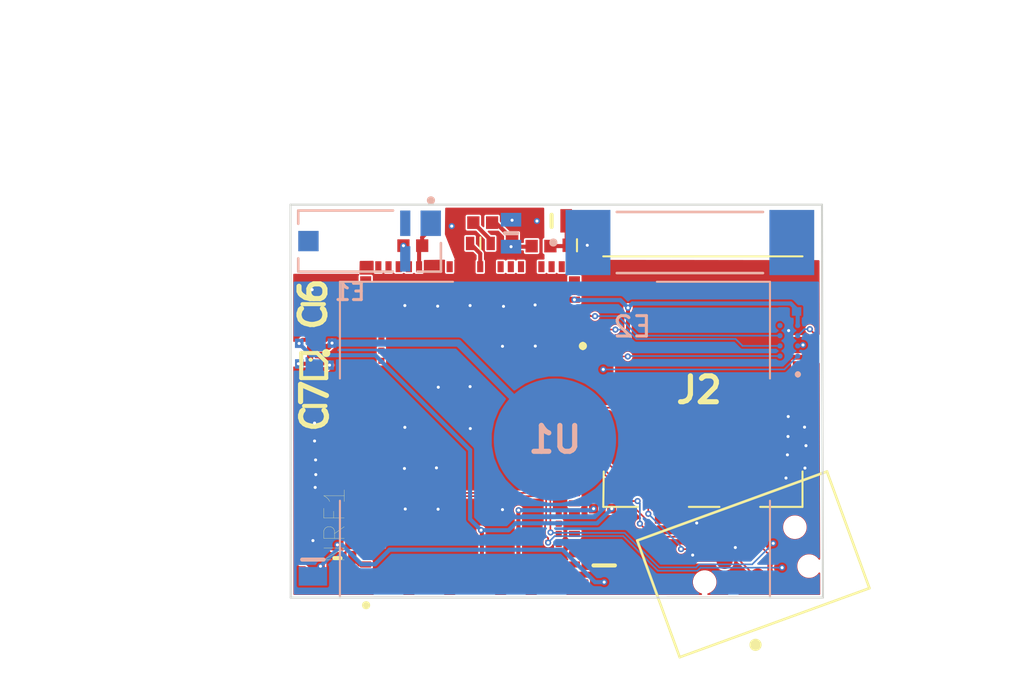
<source format=kicad_pcb>
(kicad_pcb (version 20171130) (host pcbnew "(5.1.6)-1")
  (layers (0 F.Cu signal) (31 B.Cu signal) (34 B.Paste user) (35 F.Paste user) (36 B.SilkS user) (37 F.SilkS user) (38 B.Mask user) (39 F.Mask user) (44 Edge.Cuts user))
  (net 0 "")
  (net 1 GND)
  (net 2 VCC)
  (net 3 "Net-(100nF2-Pad1)")
  (net 4 +1V8)
  (net 5 "Net-(10KOhm1-Pad2)")
  (net 6 "Net-(4.7uF1-Pad1)")
  (net 7 +3V0)
  (net 8 SIM1.8v)
  (net 9 "Net-(C11-Pad1)")
  (net 10 "Net-(C9-Pad1)")
  (net 11 "Net-(C10-Pad1)")
  (net 12 "Net-(C11-Pad2)")
  (net 13 "Net-(C13-Pad2)")
  (net 14 DATSIM)
  (net 15 CLKSIM)
  (net 16 RSTSIM)
  (net 17 "Net-(D1-PadA3)")
  (net 18 "Net-(D1-PadA2)")
  (net 19 "Net-(D1-PadA1)")
  (net 20 "Net-(E2-Pad1)")
  (net 21 P28)
  (net 22 P29)
  (net 23 SWDIO)
  (net 24 SWDCLK)
  (net 25 P22)
  (net 26 "Net-(L1-Pad2)")
  (net 27 "Net-(NRF1-Pad10)")
  (net 28 "Net-(D1-PadC4)")
  (net 29 "Net-(E1-Pad3)")
  (net 30 "Net-(E1-Pad2)")
  (net 31 NRESET)
  (net 32 "Net-(J2-PadS5)")
  (net 33 "Net-(J2-Pad2)")
  (net 34 "Net-(J2-Pad1)")
  (net 35 P4)
  (net 36 P3)
  (net 37 P2)
  (net 38 P1)
  (net 39 P0)
  (net 40 "Net-(NRF1-Pad93)")
  (net 41 "Net-(NRF1-Pad92)")
  (net 42 "Net-(NRF1-Pad91)")
  (net 43 P31)
  (net 44 P30)
  (net 45 P27)
  (net 46 P26)
  (net 47 "Net-(NRF1-Pad64)")
  (net 48 "Net-(NRF1-Pad59)")
  (net 49 "Net-(NRF1-Pad58)")
  (net 50 "Net-(NRF1-Pad57)")
  (net 51 "Net-(NRF1-Pad55)")
  (net 52 "Net-(NRF1-Pad54)")
  (net 53 "Net-(NRF1-Pad53)")
  (net 54 "Net-(NRF1-Pad45)")
  (net 55 P25)
  (net 56 P24)
  (net 57 P23)
  (net 58 P21)
  (net 59 P20)
  (net 60 P19)
  (net 61 P18)
  (net 62 P17)
  (net 63 P16)
  (net 64 P15)
  (net 65 P14)
  (net 66 CS)
  (net 67 MISO)
  (net 68 MOSI)
  (net 69 P10)
  (net 70 P9)
  (net 71 P8)
  (net 72 P7)
  (net 73 P6)
  (net 74 P5)
  (module SamacSys_Parts:BATHLD001 (layer B.Cu) (at 111.71396 96.0628 180)
    (fp_text reference U1 (at 0 0) (layer B.SilkS) (effects (font (size 1.27 1.27) (thickness 0.254)) (justify mirror)))
    (fp_text value BAT-HLD-001 hide)
    (pad 3 smd circle (at 0 0 90) (size 6 6) (layers B.Cu B.Paste B.Mask) (net 7 +3V0))
    (pad 2 smd rect (at -11.45 0 180) (size 2.5 5.1) (layers B.Cu B.Paste B.Mask) (net 1 GND))
    (pad 1 smd rect (at 11.45 0 180) (size 2.5 5.1) (layers B.Cu B.Paste B.Mask) (net 1 GND))
  )
  (module SamacSys_Parts:RESC0603X26N (layer F.Cu) (at 120.272 100.86 180)
    (fp_text reference R1 hide)
    (fp_text value CR0201AFW-1001GLF hide)
    (pad 2 smd rect (at 0.412 0 270) (size 0.4 0.625) (layers F.Cu F.Paste F.Mask) (net 3 "Net-(100nF2-Pad1)"))
    (pad 1 smd rect (at -0.412 0 270) (size 0.4 0.625) (layers F.Cu F.Paste F.Mask) (net 31 NRESET))
  )
  (module NRF9160-SICA-R:XCVR_NRF9160-SICA-R (layer F.Cu) (at 107.54868 95.44304 90)
    (fp_text reference NRF1 (at -4.825 -6.635 90) (layer F.SilkS) (effects (font (thickness 0.015))))
    (fp_text value NRF9160-SICA-B1A-R)
    (pad 103_35 smd rect (at 6 3.2 90) (size 0.8 0.8) (layers F.Cu F.Paste F.Mask) (net 1 GND))
    (pad 103_34 smd rect (at 4 3.2 90) (size 0.8 0.8) (layers F.Cu F.Paste F.Mask) (net 1 GND))
    (pad 103_33 smd rect (at 2 3.2 90) (size 0.8 0.8) (layers F.Cu F.Paste F.Mask) (net 1 GND))
    (pad 103_32 smd rect (at 0 3.2 90) (size 0.8 0.8) (layers F.Cu F.Paste F.Mask) (net 1 GND))
    (pad 103_31 smd rect (at -2 3.2 90) (size 0.8 0.8) (layers F.Cu F.Paste F.Mask) (net 1 GND))
    (pad 103_30 smd rect (at -4 3.2 90) (size 0.8 0.8) (layers F.Cu F.Paste F.Mask) (net 1 GND))
    (pad 103_28 smd rect (at 6 1.6 90) (size 0.8 0.8) (layers F.Cu F.Paste F.Mask) (net 1 GND))
    (pad 103_27 smd rect (at 4 1.6 90) (size 0.8 0.8) (layers F.Cu F.Paste F.Mask) (net 1 GND))
    (pad 103_26 smd rect (at 2 1.6 90) (size 0.8 0.8) (layers F.Cu F.Paste F.Mask) (net 1 GND))
    (pad 103_25 smd rect (at 0 1.6 90) (size 0.8 0.8) (layers F.Cu F.Paste F.Mask) (net 1 GND))
    (pad 103_24 smd rect (at -2 1.6 90) (size 0.8 0.8) (layers F.Cu F.Paste F.Mask) (net 1 GND))
    (pad 103_23 smd rect (at -4 1.6 90) (size 0.8 0.8) (layers F.Cu F.Paste F.Mask) (net 1 GND))
    (pad 103_21 smd rect (at 6 0 90) (size 0.8 0.8) (layers F.Cu F.Paste F.Mask) (net 1 GND))
    (pad 103_20 smd rect (at 4 0 90) (size 0.8 0.8) (layers F.Cu F.Paste F.Mask) (net 1 GND))
    (pad 103_19 smd rect (at 2 0 90) (size 0.8 0.8) (layers F.Cu F.Paste F.Mask) (net 1 GND))
    (pad 103_18 smd rect (at 0 0 90) (size 0.8 0.8) (layers F.Cu F.Paste F.Mask) (net 1 GND))
    (pad 103_17 smd rect (at -2 0 90) (size 0.8 0.8) (layers F.Cu F.Paste F.Mask) (net 1 GND))
    (pad 103_16 smd rect (at -4 0 90) (size 0.8 0.8) (layers F.Cu F.Paste F.Mask) (net 1 GND))
    (pad 103_14 smd rect (at 6 -1.6 90) (size 0.8 0.8) (layers F.Cu F.Paste F.Mask) (net 1 GND))
    (pad 103_13 smd rect (at 4 -1.6 90) (size 0.8 0.8) (layers F.Cu F.Paste F.Mask) (net 1 GND))
    (pad 103_12 smd rect (at 2 -1.6 90) (size 0.8 0.8) (layers F.Cu F.Paste F.Mask) (net 1 GND))
    (pad 103_11 smd rect (at 0 -1.6 90) (size 0.8 0.8) (layers F.Cu F.Paste F.Mask) (net 1 GND))
    (pad 103_10 smd rect (at -2 -1.6 90) (size 0.8 0.8) (layers F.Cu F.Paste F.Mask) (net 1 GND))
    (pad 103_9 smd rect (at -4 -1.6 90) (size 0.8 0.8) (layers F.Cu F.Paste F.Mask) (net 1 GND))
    (pad 115 smd rect (at 4.75 4.35 90) (size 0.3 0.3) (layers F.Cu F.Paste F.Mask) (net 27 "Net-(NRF1-Pad10)"))
    (pad 114 smd rect (at 4.25 4.35 90) (size 0.3 0.3) (layers F.Cu F.Paste F.Mask) (net 27 "Net-(NRF1-Pad10)"))
    (pad 113 smd rect (at 3.75 4.35 90) (size 0.3 0.3) (layers F.Cu F.Paste F.Mask) (net 27 "Net-(NRF1-Pad10)"))
    (pad 112 smd rect (at 3.25 4.35 90) (size 0.3 0.3) (layers F.Cu F.Paste F.Mask) (net 27 "Net-(NRF1-Pad10)"))
    (pad 111 smd rect (at -0.25 4.35 90) (size 0.3 0.3) (layers F.Cu F.Paste F.Mask) (net 27 "Net-(NRF1-Pad10)"))
    (pad 110 smd rect (at -0.75 4.35 90) (size 0.3 0.3) (layers F.Cu F.Paste F.Mask) (net 27 "Net-(NRF1-Pad10)"))
    (pad 109 smd rect (at -1.25 4.35 90) (size 0.3 0.3) (layers F.Cu F.Paste F.Mask) (net 27 "Net-(NRF1-Pad10)"))
    (pad 108 smd rect (at -1.75 4.35 90) (size 0.3 0.3) (layers F.Cu F.Paste F.Mask) (net 27 "Net-(NRF1-Pad10)"))
    (pad 104 smd rect (at -5.75 4.35 90) (size 0.3 0.3) (layers F.Cu F.Paste F.Mask) (net 27 "Net-(NRF1-Pad10)"))
    (pad 105 smd rect (at -5.25 4.35 90) (size 0.3 0.3) (layers F.Cu F.Paste F.Mask) (net 27 "Net-(NRF1-Pad10)"))
    (pad 106 smd rect (at -4.75 4.35 90) (size 0.3 0.3) (layers F.Cu F.Paste F.Mask) (net 27 "Net-(NRF1-Pad10)"))
    (pad 107 smd rect (at -4.25 4.35 90) (size 0.3 0.3) (layers F.Cu F.Paste F.Mask) (net 27 "Net-(NRF1-Pad10)"))
    (pad 116 smd rect (at 4.75 -4.35 90) (size 0.3 0.3) (layers F.Cu F.Paste F.Mask) (net 27 "Net-(NRF1-Pad10)"))
    (pad 117 smd rect (at 4.25 -4.35 90) (size 0.3 0.3) (layers F.Cu F.Paste F.Mask) (net 27 "Net-(NRF1-Pad10)"))
    (pad 118 smd rect (at 3.75 -4.35 90) (size 0.3 0.3) (layers F.Cu F.Paste F.Mask) (net 27 "Net-(NRF1-Pad10)"))
    (pad 119 smd rect (at 3.25 -4.35 90) (size 0.3 0.3) (layers F.Cu F.Paste F.Mask) (net 27 "Net-(NRF1-Pad10)"))
    (pad 120 smd rect (at -0.25 -4.35 90) (size 0.3 0.3) (layers F.Cu F.Paste F.Mask) (net 27 "Net-(NRF1-Pad10)"))
    (pad 121 smd rect (at -0.75 -4.35 90) (size 0.3 0.3) (layers F.Cu F.Paste F.Mask) (net 27 "Net-(NRF1-Pad10)"))
    (pad 122 smd rect (at -1.25 -4.35 90) (size 0.3 0.3) (layers F.Cu F.Paste F.Mask) (net 27 "Net-(NRF1-Pad10)"))
    (pad 123 smd rect (at -1.75 -4.35 90) (size 0.3 0.3) (layers F.Cu F.Paste F.Mask) (net 27 "Net-(NRF1-Pad10)"))
    (pad 127 smd rect (at -5.75 -4.35 90) (size 0.3 0.3) (layers F.Cu F.Paste F.Mask) (net 27 "Net-(NRF1-Pad10)"))
    (pad 126 smd rect (at -5.25 -4.35 90) (size 0.3 0.3) (layers F.Cu F.Paste F.Mask) (net 27 "Net-(NRF1-Pad10)"))
    (pad 125 smd rect (at -4.75 -4.35 90) (size 0.3 0.3) (layers F.Cu F.Paste F.Mask) (net 27 "Net-(NRF1-Pad10)"))
    (pad 124 smd rect (at -4.25 -4.35 90) (size 0.3 0.3) (layers F.Cu F.Paste F.Mask) (net 27 "Net-(NRF1-Pad10)"))
    (pad 103_7 smd rect (at 6 -3.2 90) (size 0.8 0.8) (layers F.Cu F.Paste F.Mask) (net 1 GND))
    (pad 103_6 smd rect (at 4 -3.2 90) (size 0.8 0.8) (layers F.Cu F.Paste F.Mask) (net 1 GND))
    (pad 103_5 smd rect (at 2 -3.2 90) (size 0.8 0.8) (layers F.Cu F.Paste F.Mask) (net 1 GND))
    (pad 103_29 smd rect (at -6 3.2 90) (size 0.8 0.8) (layers F.Cu F.Paste F.Mask) (net 1 GND))
    (pad 103_22 smd rect (at -6 1.6 90) (size 0.8 0.8) (layers F.Cu F.Paste F.Mask) (net 1 GND))
    (pad 103_1 smd rect (at -6 -3.2 90) (size 0.8 0.8) (layers F.Cu F.Paste F.Mask) (net 1 GND))
    (pad 103_8 smd rect (at -6 -1.6 90) (size 0.8 0.8) (layers F.Cu F.Paste F.Mask) (net 1 GND))
    (pad 103_15 smd rect (at -6 0 90) (size 0.8 0.8) (layers F.Cu F.Paste F.Mask) (net 1 GND))
    (pad 103_2 smd rect (at -4 -3.2 90) (size 0.8 0.8) (layers F.Cu F.Paste F.Mask) (net 1 GND))
    (pad 103_3 smd rect (at -2 -3.2 90) (size 0.8 0.8) (layers F.Cu F.Paste F.Mask) (net 1 GND))
    (pad 103_4 smd rect (at 0 -3.2 90) (size 0.8 0.8) (layers F.Cu F.Paste F.Mask) (net 1 GND))
    (pad 102 smd rect (at -7.25 -5.12 90) (size 0.3 0.54) (layers F.Cu F.Paste F.Mask) (net 2 VCC))
    (pad 101 smd rect (at -6.75 -5.12 90) (size 0.3 0.54) (layers F.Cu F.Paste F.Mask) (net 5 "Net-(10KOhm1-Pad2)"))
    (pad 100 smd rect (at -6.25 -5.12 90) (size 0.3 0.54) (layers F.Cu F.Paste F.Mask) (net 35 P4))
    (pad 99 smd rect (at -5.75 -5.12 90) (size 0.3 0.54) (layers F.Cu F.Paste F.Mask) (net 36 P3))
    (pad 98 smd rect (at -5.25 -5.12 90) (size 0.3 0.54) (layers F.Cu F.Paste F.Mask) (net 1 GND))
    (pad 97 smd rect (at -4.75 -5.12 90) (size 0.3 0.54) (layers F.Cu F.Paste F.Mask) (net 37 P2))
    (pad 96 smd rect (at -4.25 -5.12 90) (size 0.3 0.54) (layers F.Cu F.Paste F.Mask) (net 38 P1))
    (pad 95 smd rect (at -3.75 -5.12 90) (size 0.3 0.54) (layers F.Cu F.Paste F.Mask) (net 39 P0))
    (pad 94 smd rect (at -3.25 -5.12 90) (size 0.3 0.54) (layers F.Cu F.Paste F.Mask) (net 1 GND))
    (pad 93 smd rect (at -2.75 -5.12 90) (size 0.3 0.54) (layers F.Cu F.Paste F.Mask) (net 40 "Net-(NRF1-Pad93)"))
    (pad 92 smd rect (at -2.25 -5.12 90) (size 0.3 0.54) (layers F.Cu F.Paste F.Mask) (net 41 "Net-(NRF1-Pad92)"))
    (pad 91 smd rect (at -1.75 -5.12 90) (size 0.3 0.54) (layers F.Cu F.Paste F.Mask) (net 42 "Net-(NRF1-Pad91)"))
    (pad 90 smd rect (at -1.25 -5.12 90) (size 0.3 0.54) (layers F.Cu F.Paste F.Mask) (net 1 GND))
    (pad 89 smd rect (at -0.75 -5.12 90) (size 0.3 0.54) (layers F.Cu F.Paste F.Mask) (net 43 P31))
    (pad 88 smd rect (at -0.25 -5.12 90) (size 0.3 0.54) (layers F.Cu F.Paste F.Mask) (net 44 P30))
    (pad 87 smd rect (at 0.25 -5.12 90) (size 0.3 0.54) (layers F.Cu F.Paste F.Mask) (net 22 P29))
    (pad 86 smd rect (at 0.75 -5.12 90) (size 0.3 0.54) (layers F.Cu F.Paste F.Mask) (net 21 P28))
    (pad 85 smd rect (at 1.25 -5.12 90) (size 0.3 0.54) (layers F.Cu F.Paste F.Mask) (net 1 GND))
    (pad 84 smd rect (at 1.75 -5.12 90) (size 0.3 0.54) (layers F.Cu F.Paste F.Mask) (net 45 P27))
    (pad 83 smd rect (at 2.25 -5.12 90) (size 0.3 0.54) (layers F.Cu F.Paste F.Mask) (net 46 P26))
    (pad 82 smd rect (at 2.75 -5.12 90) (size 0.3 0.54) (layers F.Cu F.Paste F.Mask) (net 1 GND))
    (pad 81 smd rect (at 3.25 -5.12 90) (size 0.3 0.54) (layers F.Cu F.Paste F.Mask) (net 1 GND))
    (pad 80 smd rect (at 3.75 -5.12 90) (size 0.3 0.54) (layers F.Cu F.Paste F.Mask) (net 1 GND))
    (pad 79 smd rect (at 4.25 -5.12 90) (size 0.3 0.54) (layers F.Cu F.Paste F.Mask) (net 1 GND))
    (pad 78 smd rect (at 4.75 -5.12 90) (size 0.3 0.54) (layers F.Cu F.Paste F.Mask) (net 1 GND))
    (pad 77 smd rect (at 5.25 -5.12 90) (size 0.3 0.54) (layers F.Cu F.Paste F.Mask) (net 1 GND))
    (pad 76 smd rect (at 5.75 -5.12 90) (size 0.3 0.54) (layers F.Cu F.Paste F.Mask) (net 1 GND))
    (pad 75 smd rect (at 6.25 -5.12 90) (size 0.3 0.54) (layers F.Cu F.Paste F.Mask) (net 1 GND))
    (pad 74 smd rect (at 6.75 -5.12 90) (size 0.3 0.54) (layers F.Cu F.Paste F.Mask) (net 1 GND))
    (pad 73 smd rect (at 7.25 -5.12 90) (size 0.3 0.54) (layers F.Cu F.Paste F.Mask) (net 27 "Net-(NRF1-Pad10)"))
    (pad 72 smd rect (at 7.87 -5.12 90) (size 0.54 0.54) (layers F.Cu F.Paste F.Mask) (net 1 GND))
    (pad 71 smd rect (at 7.87 -4.5 90) (size 0.54 0.3) (layers F.Cu F.Paste F.Mask) (net 27 "Net-(NRF1-Pad10)"))
    (pad 70 smd rect (at 7.87 -4 90) (size 0.54 0.3) (layers F.Cu F.Paste F.Mask) (net 27 "Net-(NRF1-Pad10)"))
    (pad 69 smd rect (at 7.87 -3.5 90) (size 0.54 0.3) (layers F.Cu F.Paste F.Mask) (net 27 "Net-(NRF1-Pad10)"))
    (pad 68 smd rect (at 7.87 -3 90) (size 0.54 0.3) (layers F.Cu F.Paste F.Mask) (net 27 "Net-(NRF1-Pad10)"))
    (pad 67 smd rect (at 7.87 -2.5 90) (size 0.54 0.3) (layers F.Cu F.Paste F.Mask) (net 11 "Net-(C10-Pad1)"))
    (pad 66 smd rect (at 7.87 -2 90) (size 0.54 0.3) (layers F.Cu F.Paste F.Mask) (net 1 GND))
    (pad 65 smd rect (at 7.87 -1.5 90) (size 0.54 0.3) (layers F.Cu F.Paste F.Mask) (net 1 GND))
    (pad 64 smd rect (at 7.87 -1 90) (size 0.54 0.3) (layers F.Cu F.Paste F.Mask) (net 47 "Net-(NRF1-Pad64)"))
    (pad 63 smd rect (at 7.87 -0.5 90) (size 0.54 0.3) (layers F.Cu F.Paste F.Mask) (net 1 GND))
    (pad 62 smd rect (at 7.87 0 90) (size 0.54 0.3) (layers F.Cu F.Paste F.Mask) (net 1 GND))
    (pad 61 smd rect (at 7.87 0.5 90) (size 0.54 0.3) (layers F.Cu F.Paste F.Mask) (net 26 "Net-(L1-Pad2)"))
    (pad 60 smd rect (at 7.87 1 90) (size 0.54 0.3) (layers F.Cu F.Paste F.Mask) (net 1 GND))
    (pad 59 smd rect (at 7.87 1.5 90) (size 0.54 0.3) (layers F.Cu F.Paste F.Mask) (net 48 "Net-(NRF1-Pad59)"))
    (pad 58 smd rect (at 7.87 2 90) (size 0.54 0.3) (layers F.Cu F.Paste F.Mask) (net 49 "Net-(NRF1-Pad58)"))
    (pad 57 smd rect (at 7.87 2.5 90) (size 0.54 0.3) (layers F.Cu F.Paste F.Mask) (net 50 "Net-(NRF1-Pad57)"))
    (pad 56 smd rect (at 7.87 3 90) (size 0.54 0.3) (layers F.Cu F.Paste F.Mask) (net 1 GND))
    (pad 55 smd rect (at 7.87 3.5 90) (size 0.54 0.3) (layers F.Cu F.Paste F.Mask) (net 51 "Net-(NRF1-Pad55)"))
    (pad 54 smd rect (at 7.87 4 90) (size 0.54 0.3) (layers F.Cu F.Paste F.Mask) (net 52 "Net-(NRF1-Pad54)"))
    (pad 53 smd rect (at 7.87 4.5 90) (size 0.54 0.3) (layers F.Cu F.Paste F.Mask) (net 53 "Net-(NRF1-Pad53)"))
    (pad 52 smd rect (at 7.87 5.12 90) (size 0.54 0.54) (layers F.Cu F.Paste F.Mask) (net 1 GND))
    (pad 51 smd rect (at 7.25 5.12 90) (size 0.3 0.54) (layers F.Cu F.Paste F.Mask) (net 27 "Net-(NRF1-Pad10)"))
    (pad 50 smd rect (at 6.75 5.12 90) (size 0.3 0.54) (layers F.Cu F.Paste F.Mask) (net 1 GND))
    (pad 49 smd rect (at 6.25 5.12 90) (size 0.3 0.54) (layers F.Cu F.Paste F.Mask) (net 8 SIM1.8v))
    (pad 48 smd rect (at 5.75 5.12 90) (size 0.3 0.54) (layers F.Cu F.Paste F.Mask) (net 14 DATSIM))
    (pad 47 smd rect (at 5.25 5.12 90) (size 0.3 0.54) (layers F.Cu F.Paste F.Mask) (net 1 GND))
    (pad 46 smd rect (at 4.75 5.12 90) (size 0.3 0.54) (layers F.Cu F.Paste F.Mask) (net 15 CLKSIM))
    (pad 45 smd rect (at 4.25 5.12 90) (size 0.3 0.54) (layers F.Cu F.Paste F.Mask) (net 54 "Net-(NRF1-Pad45)"))
    (pad 44 smd rect (at 3.75 5.12 90) (size 0.3 0.54) (layers F.Cu F.Paste F.Mask) (net 1 GND))
    (pad 43 smd rect (at 3.25 5.12 90) (size 0.3 0.54) (layers F.Cu F.Paste F.Mask) (net 16 RSTSIM))
    (pad 42 smd rect (at 2.75 5.12 90) (size 0.3 0.54) (layers F.Cu F.Paste F.Mask) (net 55 P25))
    (pad 41 smd rect (at 2.25 5.12 90) (size 0.3 0.54) (layers F.Cu F.Paste F.Mask) (net 1 GND))
    (pad 40 smd rect (at 1.75 5.12 90) (size 0.3 0.54) (layers F.Cu F.Paste F.Mask) (net 56 P24))
    (pad 39 smd rect (at 1.25 5.12 90) (size 0.3 0.54) (layers F.Cu F.Paste F.Mask) (net 57 P23))
    (pad 38 smd rect (at 0.75 5.12 90) (size 0.3 0.54) (layers F.Cu F.Paste F.Mask) (net 25 P22))
    (pad 37 smd rect (at 0.25 5.12 90) (size 0.3 0.54) (layers F.Cu F.Paste F.Mask) (net 58 P21))
    (pad 36 smd rect (at -0.25 5.12 90) (size 0.3 0.54) (layers F.Cu F.Paste F.Mask) (net 1 GND))
    (pad 35 smd rect (at -0.75 5.12 90) (size 0.3 0.54) (layers F.Cu F.Paste F.Mask) (net 59 P20))
    (pad 34 smd rect (at -1.25 5.12 90) (size 0.3 0.54) (layers F.Cu F.Paste F.Mask) (net 23 SWDIO))
    (pad 33 smd rect (at -1.75 5.12 90) (size 0.3 0.54) (layers F.Cu F.Paste F.Mask) (net 24 SWDCLK))
    (pad 32 smd rect (at -2.25 5.12 90) (size 0.3 0.54) (layers F.Cu F.Paste F.Mask) (net 3 "Net-(100nF2-Pad1)"))
    (pad 31 smd rect (at -2.75 5.12 90) (size 0.3 0.54) (layers F.Cu F.Paste F.Mask) (net 1 GND))
    (pad 30 smd rect (at -3.25 5.12 90) (size 0.3 0.54) (layers F.Cu F.Paste F.Mask) (net 60 P19))
    (pad 29 smd rect (at -3.75 5.12 90) (size 0.3 0.54) (layers F.Cu F.Paste F.Mask) (net 61 P18))
    (pad 28 smd rect (at -4.25 5.12 90) (size 0.3 0.54) (layers F.Cu F.Paste F.Mask) (net 62 P17))
    (pad 27 smd rect (at -4.75 5.12 90) (size 0.3 0.54) (layers F.Cu F.Paste F.Mask) (net 1 GND))
    (pad 26 smd rect (at -5.25 5.12 90) (size 0.3 0.54) (layers F.Cu F.Paste F.Mask) (net 63 P16))
    (pad 25 smd rect (at -5.75 5.12 90) (size 0.3 0.54) (layers F.Cu F.Paste F.Mask) (net 64 P15))
    (pad 24 smd rect (at -6.25 5.12 90) (size 0.3 0.54) (layers F.Cu F.Paste F.Mask) (net 65 P14))
    (pad 23 smd rect (at -6.75 5.12 90) (size 0.3 0.54) (layers F.Cu F.Paste F.Mask) (net 66 CS))
    (pad 22 smd rect (at -7.25 5.12 90) (size 0.3 0.54) (layers F.Cu F.Paste F.Mask) (net 2 VCC))
    (pad 21 smd rect (at -7.87 5.12 90) (size 0.54 0.54) (layers F.Cu F.Paste F.Mask) (net 1 GND))
    (pad 20 smd rect (at -7.87 4.5 90) (size 0.54 0.3) (layers F.Cu F.Paste F.Mask) (net 67 MISO))
    (pad 19 smd rect (at -7.87 4 90) (size 0.54 0.3) (layers F.Cu F.Paste F.Mask) (net 68 MOSI))
    (pad 18 smd rect (at -7.87 3.5 90) (size 0.54 0.3) (layers F.Cu F.Paste F.Mask) (net 69 P10))
    (pad 17 smd rect (at -7.87 3 90) (size 0.54 0.3) (layers F.Cu F.Paste F.Mask) (net 1 GND))
    (pad 16 smd rect (at -7.87 2.5 90) (size 0.54 0.3) (layers F.Cu F.Paste F.Mask) (net 70 P9))
    (pad 15 smd rect (at -7.87 2 90) (size 0.54 0.3) (layers F.Cu F.Paste F.Mask) (net 71 P8))
    (pad 14 smd rect (at -7.87 1.5 90) (size 0.54 0.3) (layers F.Cu F.Paste F.Mask) (net 1 GND))
    (pad 13 smd rect (at -7.87 1 90) (size 0.54 0.3) (layers F.Cu F.Paste F.Mask) (net 6 "Net-(4.7uF1-Pad1)"))
    (pad 12 smd rect (at -7.87 0.5 90) (size 0.54 0.3) (layers F.Cu F.Paste F.Mask) (net 4 +1V8))
    (pad 11 smd rect (at -7.87 0 90) (size 0.54 0.3) (layers F.Cu F.Paste F.Mask) (net 27 "Net-(NRF1-Pad10)"))
    (pad 10 smd rect (at -7.87 -0.5 90) (size 0.54 0.3) (layers F.Cu F.Paste F.Mask) (net 27 "Net-(NRF1-Pad10)"))
    (pad 9 smd rect (at -7.87 -1 90) (size 0.54 0.3) (layers F.Cu F.Paste F.Mask) (net 1 GND))
    (pad 8 smd rect (at -7.87 -1.5 90) (size 0.54 0.3) (layers F.Cu F.Paste F.Mask) (net 27 "Net-(NRF1-Pad10)"))
    (pad 7 smd rect (at -7.87 -2 90) (size 0.54 0.3) (layers F.Cu F.Paste F.Mask) (net 27 "Net-(NRF1-Pad10)"))
    (pad 6 smd rect (at -7.87 -2.5 90) (size 0.54 0.3) (layers F.Cu F.Paste F.Mask) (net 27 "Net-(NRF1-Pad10)"))
    (pad 5 smd rect (at -7.87 -3 90) (size 0.54 0.3) (layers F.Cu F.Paste F.Mask) (net 1 GND))
    (pad 4 smd rect (at -7.87 -3.5 90) (size 0.54 0.3) (layers F.Cu F.Paste F.Mask) (net 72 P7))
    (pad 3 smd rect (at -7.87 -4 90) (size 0.54 0.3) (layers F.Cu F.Paste F.Mask) (net 73 P6))
    (pad 2 smd rect (at -7.87 -4.5 90) (size 0.54 0.3) (layers F.Cu F.Paste F.Mask) (net 74 P5))
    (pad 1 smd rect (at -7.87 -5.12 90) (size 0.54 0.54) (layers F.Cu F.Paste F.Mask) (net 1 GND))
  )
  (module SamacSys_Parts:LQW15AN10NG80D (layer F.Cu) (at 112.795 86.52)
    (fp_text reference L4 hide)
    (fp_text value LQW15AN4N0G80D hide)
    (pad 2 smd rect (at 0.505 0) (size 0.41 0.66) (layers F.Cu F.Paste F.Mask) (net 20 "Net-(E2-Pad1)"))
    (pad 1 smd rect (at -0.505 0) (size 0.41 0.66) (layers F.Cu F.Paste F.Mask) (net 12 "Net-(C11-Pad2)"))
  )
  (module SamacSys_Parts:LQW18AN10NG80D (layer F.Cu) (at 111.55 85.32 180)
    (fp_text reference L3 hide)
    (fp_text value LQW18AN19NG80D hide)
    (pad 2 smd rect (at 0.715 0 180) (size 0.57 1.15) (layers F.Cu F.Paste F.Mask) (net 1 GND))
    (pad 1 smd rect (at -0.715 0 180) (size 0.57 1.15) (layers F.Cu F.Paste F.Mask) (net 12 "Net-(C11-Pad2)"))
  )
  (module SamacSys_Parts:LQW18AS10NG0CD (layer B.Cu) (at 109.56 85.928 90)
    (fp_text reference L2 hide)
    (fp_text value LQW18AN12NG10D hide)
    (pad 2 smd rect (at 0.662 0 90) (size 0.675 1) (layers B.Cu B.Paste B.Mask) (net 1 GND))
    (pad 1 smd rect (at -0.662 0 90) (size 0.675 1) (layers B.Cu B.Paste B.Mask) (net 9 "Net-(C11-Pad1)"))
  )
  (module SamacSys_Parts:LQW15AN10NG80D (layer F.Cu) (at 108.055 86.43 180)
    (fp_text reference L1 hide)
    (fp_text value LQW15AN4N5G80D hide)
    (pad 2 smd rect (at 0.505 0 180) (size 0.41 0.66) (layers F.Cu F.Paste F.Mask) (net 26 "Net-(L1-Pad2)"))
    (pad 1 smd rect (at -0.505 0 180) (size 0.41 0.66) (layers F.Cu F.Paste F.Mask) (net 10 "Net-(C9-Pad1)"))
  )
  (module SamacSys_Parts:1042240820 (layer F.Cu) (at 118.78408 93.62772 180)
    (fp_text reference J2 (at 0 0) (layer F.SilkS) (effects (font (size 1.27 1.27) (thickness 0.254))))
    (fp_text value 104224-0820 hide)
    (pad S6 smd rect (at -5.1 -0.188 270) (size 0.8 1) (layers F.Cu F.Paste F.Mask) (net 17 "Net-(D1-PadA3)"))
    (pad S5 smd rect (at -5.1 1.012 270) (size 0.8 1) (layers F.Cu F.Paste F.Mask) (net 32 "Net-(J2-PadS5)"))
    (pad S4 smd rect (at 4.7 -0.188 270) (size 0.8 1) (layers F.Cu F.Paste F.Mask) (net 1 GND))
    (pad S3 smd rect (at -5.1 2.212 270) (size 0.8 1) (layers F.Cu F.Paste F.Mask) (net 18 "Net-(D1-PadA2)"))
    (pad S2 smd rect (at 4.7 1.012 270) (size 0.8 1) (layers F.Cu F.Paste F.Mask) (net 19 "Net-(D1-PadA1)"))
    (pad S1 smd rect (at 4.7 2.212 270) (size 0.8 1) (layers F.Cu F.Paste F.Mask) (net 8 SIM1.8v))
    (pad G4 smd rect (at 4.9 5.063 180) (size 1 2.3) (layers F.Cu F.Paste F.Mask) (net 1 GND))
    (pad G3 smd rect (at 4.9 -2.137 180) (size 1 2.3) (layers F.Cu F.Paste F.Mask) (net 1 GND))
    (pad G2 smd rect (at -5.3 -2.137 180) (size 1 2.3) (layers F.Cu F.Paste F.Mask) (net 1 GND))
    (pad G1 smd rect (at -5.3 5.063 180) (size 1 2.3) (layers F.Cu F.Paste F.Mask) (net 1 GND))
    (pad 2 smd rect (at 1.62 -6.063 270) (size 1 1.1) (layers F.Cu F.Paste F.Mask) (net 33 "Net-(J2-Pad2)"))
    (pad 1 smd rect (at -2.02 -6.063 270) (size 1 1.1) (layers F.Cu F.Paste F.Mask) (net 34 "Net-(J2-Pad1)"))
  )
  (module TC2030-IDC-NL:TAG_TC2030-IDC-NL (layer F.Cu) (at 121.447183 102.186705 20)
    (fp_text reference J1 hide)
    (fp_text value TC2030-IDC-NL)
    (pad 6 smd circle (at 1.27 -0.635 20) (size 0.787 0.787) (layers F.Cu F.Mask) (net 21 P28))
    (pad 5 smd circle (at 1.27 0.635 20) (size 0.787 0.787) (layers F.Cu F.Mask) (net 22 P29))
    (pad 4 smd circle (at 0 -0.635 20) (size 0.787 0.787) (layers F.Cu F.Mask) (net 31 NRESET))
    (pad 3 smd circle (at 0 0.635 20) (size 0.787 0.787) (layers F.Cu F.Mask) (net 23 SWDIO))
    (pad 2 smd circle (at -1.27 -0.635 20) (size 0.787 0.787) (layers F.Cu F.Mask) (net 24 SWDCLK))
    (pad 1 smd circle (at -1.27 0.635 20) (size 0.787 0.787) (layers F.Cu F.Mask) (net 25 P22))
    (pad None np_thru_hole circle (at 2.54 1.016 20) (size 0.991 0.991) (drill 0.991) (layers *.Cu *.Mask))
    (pad None np_thru_hole circle (at 2.54 -1.016 20) (size 0.991 0.991) (drill 0.991) (layers *.Cu *.Mask))
    (pad None np_thru_hole circle (at -2.54 0 20) (size 0.991 0.991) (drill 0.991) (layers *.Cu *.Mask))
  )
  (module SamacSys_Parts:BGA4C35P2X2_64X64X46 (layer F.Cu) (at 99.87788 92.42552 270)
    (fp_text reference IC2 hide)
    (fp_text value NCP161AFCS500T2G hide)
    (pad B2 smd circle (at 0.175 0.175) (size 0.179 0.179) (layers F.Cu F.Paste F.Mask) (net 1 GND))
    (pad B1 smd circle (at -0.175 0.175) (size 0.179 0.179) (layers F.Cu F.Paste F.Mask) (net 7 +3V0))
    (pad A2 smd circle (at 0.175 -0.175) (size 0.179 0.179) (layers F.Cu F.Paste F.Mask) (net 2 VCC))
    (pad A1 smd circle (at -0.175 -0.175) (size 0.179 0.179) (layers F.Cu F.Paste F.Mask) (net 7 +3V0))
  )
  (module SamacSys_Parts:TCR5RG18ALF (layer F.Cu) (at 99.87788 91.3384 90)
    (fp_text reference IC1 hide)
    (fp_text value TCR5RG18A,LF hide)
    (pad B2 smd circle (at 0.175 0.175 180) (size 0.18 0.18) (layers F.Cu F.Paste F.Mask) (net 1 GND))
    (pad B1 smd circle (at -0.175 0.175 180) (size 0.18 0.18) (layers F.Cu F.Paste F.Mask) (net 7 +3V0))
    (pad A2 smd circle (at 0.175 -0.175 180) (size 0.18 0.18) (layers F.Cu F.Paste F.Mask) (net 4 +1V8))
    (pad A1 smd circle (at -0.175 -0.175 180) (size 0.18 0.18) (layers F.Cu F.Paste F.Mask) (net 7 +3V0))
  )
  (module SamacSys_Parts:BEADC1005X55N (layer F.Cu) (at 101.04 101.88 90)
    (fp_text reference FL1 hide)
    (fp_text value MMZ1005S121HTD25 hide)
    (pad 2 smd rect (at 0.65 0 90) (size 0.55 0.6) (layers F.Cu F.Paste F.Mask) (net 2 VCC))
    (pad 1 smd rect (at -0.65 0 90) (size 0.55 0.6) (layers F.Cu F.Paste F.Mask) (net 2 VCC))
  )
  (module NN02-224:XCVR_NN02-224 (layer B.Cu) (at 118.3348 86.3854)
    (fp_text reference E2 (at -2.825 4.135) (layer B.SilkS) (effects (justify mirror)))
    (fp_text value NN02-224)
    (pad 2 smd rect (at 5 0) (size 2.2 3.2) (layers B.Cu B.Paste B.Mask))
    (pad 1 smd rect (at -5 0) (size 2.2 3.2) (layers B.Cu B.Paste B.Mask) (net 20 "Net-(E2-Pad1)"))
  )
  (module NN03-320:XCVR_NN03-320 (layer B.Cu) (at 102.6188 86.31428)
    (fp_text reference E1 (at -0.96 2.508 180) (layer B.SilkS) (effects (font (size 0.8 0.8)) (justify mirror)))
    (fp_text value NN03-320)
    (pad 3 smd rect (at 3 -0.875) (size 1 1.25) (layers B.Cu B.Paste B.Mask) (net 29 "Net-(E1-Pad3)"))
    (pad 4 smd rect (at 1.75 0.875) (size 0.5 1.25) (layers B.Cu B.Paste B.Mask) (net 13 "Net-(C13-Pad2)"))
    (pad 2 smd rect (at 1.75 -0.875) (size 0.5 1.25) (layers B.Cu B.Paste B.Mask) (net 30 "Net-(E1-Pad2)"))
    (pad 1 smd rect (at -3 0) (size 1 1) (layers B.Cu B.Paste B.Mask))
  )
  (module SamacSys_Parts:CM140203CP (layer B.Cu) (at 123.19 91.21 90)
    (fp_text reference D1 hide)
    (fp_text value CM1402-03CP-SamacSys_Parts-NRF91GAP-rescue hide)
    (pad C4 smd circle (at 0.75 -0.435) (size 0.25 0.25) (layers B.Cu B.Paste B.Mask) (net 28 "Net-(D1-PadC4)"))
    (pad C3 smd circle (at 0.25 -0.435) (size 0.25 0.25) (layers B.Cu B.Paste B.Mask) (net 14 DATSIM))
    (pad C2 smd circle (at -0.25 -0.435) (size 0.25 0.25) (layers B.Cu B.Paste B.Mask) (net 15 CLKSIM))
    (pad C1 smd circle (at -0.75 -0.435) (size 0.25 0.25) (layers B.Cu B.Paste B.Mask) (net 16 RSTSIM))
    (pad B2 smd circle (at 0.5 0) (size 0.25 0.25) (layers B.Cu B.Paste B.Mask) (net 1 GND))
    (pad B1 smd circle (at -0.5 0) (size 0.25 0.25) (layers B.Cu B.Paste B.Mask) (net 1 GND))
    (pad A4 smd circle (at 0.75 0.435) (size 0.25 0.25) (layers B.Cu B.Paste B.Mask) (net 8 SIM1.8v))
    (pad A3 smd circle (at 0.25 0.435) (size 0.25 0.25) (layers B.Cu B.Paste B.Mask) (net 17 "Net-(D1-PadA3)"))
    (pad A2 smd circle (at -0.25 0.435) (size 0.25 0.25) (layers B.Cu B.Paste B.Mask) (net 18 "Net-(D1-PadA2)"))
    (pad A1 smd circle (at -0.75 0.435) (size 0.25 0.25) (layers B.Cu B.Paste B.Mask) (net 19 "Net-(D1-PadA1)"))
  )
  (module SamacSys_Parts:CAPC1005X55N (layer F.Cu) (at 104.74 86.54 180)
    (fp_text reference C13 hide)
    (fp_text value GJM1555C1H1R4WB01D hide)
    (pad 2 smd rect (at 0.46 0 180) (size 0.6 0.62) (layers F.Cu F.Paste F.Mask) (net 13 "Net-(C13-Pad2)"))
    (pad 1 smd rect (at -0.46 0 180) (size 0.6 0.62) (layers F.Cu F.Paste F.Mask) (net 11 "Net-(C10-Pad1)"))
  )
  (module SamacSys_Parts:CAPC1005X55N (layer F.Cu) (at 109.61 85.75 90)
    (fp_text reference C12 hide)
    (fp_text value GJM1555C1HR60WB01D hide)
    (pad 2 smd rect (at 0.46 0 90) (size 0.6 0.62) (layers F.Cu F.Paste F.Mask) (net 1 GND))
    (pad 1 smd rect (at -0.46 0 90) (size 0.6 0.62) (layers F.Cu F.Paste F.Mask) (net 9 "Net-(C11-Pad1)"))
  )
  (module SamacSys_Parts:CAPC1005X55N (layer F.Cu) (at 111.03 86.56)
    (fp_text reference C11 hide)
    (fp_text value GJM1555C1HR70WB01D hide)
    (pad 2 smd rect (at 0.46 0) (size 0.6 0.62) (layers F.Cu F.Paste F.Mask) (net 12 "Net-(C11-Pad2)"))
    (pad 1 smd rect (at -0.46 0) (size 0.6 0.62) (layers F.Cu F.Paste F.Mask) (net 9 "Net-(C11-Pad1)"))
  )
  (module SamacSys_Parts:CAPC1005X55N (layer F.Cu) (at 106.22 85.57)
    (fp_text reference C10 hide)
    (fp_text value GJM1555C1H5R4WB01D hide)
    (pad 2 smd rect (at 0.46 0) (size 0.6 0.62) (layers F.Cu F.Paste F.Mask) (net 1 GND))
    (pad 1 smd rect (at -0.46 0) (size 0.6 0.62) (layers F.Cu F.Paste F.Mask) (net 11 "Net-(C10-Pad1)"))
  )
  (module SamacSys_Parts:CAPC1005X55N (layer F.Cu) (at 108.17 85.41)
    (fp_text reference C9 hide)
    (fp_text value GJM1555C1H1R5WB01D hide)
    (pad 2 smd rect (at 0.46 0) (size 0.6 0.62) (layers F.Cu F.Paste F.Mask) (net 9 "Net-(C11-Pad1)"))
    (pad 1 smd rect (at -0.46 0) (size 0.6 0.62) (layers F.Cu F.Paste F.Mask) (net 10 "Net-(C9-Pad1)"))
  )
  (module SamacSys_Parts:CAPC0603X33N (layer B.Cu) (at 123.24 89.77)
    (fp_text reference C8 hide)
    (fp_text value GRM033C80J105ME05D hide)
    (pad 2 smd rect (at 0.33 0 270) (size 0.42 0.46) (layers B.Cu B.Paste B.Mask) (net 8 SIM1.8v))
    (pad 1 smd rect (at -0.33 0 270) (size 0.42 0.46) (layers B.Cu B.Paste B.Mask) (net 1 GND))
  )
  (module SamacSys_Parts:CAPC2012X95N (layer F.Cu) (at 99.92868 94.40884 270)
    (fp_text reference C7 (at 0 0 90) (layer F.SilkS) (effects (font (size 1.27 1.27) (thickness 0.254))))
    (fp_text value GRM219R60J476ME44D hide)
    (pad 2 smd rect (at 0.82 0 270) (size 0.91 1.39) (layers F.Cu F.Paste F.Mask) (net 1 GND))
    (pad 1 smd rect (at -0.82 0 270) (size 0.91 1.39) (layers F.Cu F.Paste F.Mask) (net 2 VCC))
  )
  (module SamacSys_Parts:CAPC2012X95N (layer F.Cu) (at 99.85248 89.41096 270)
    (fp_text reference C6 (at 0 0 90) (layer F.SilkS) (effects (font (size 1.27 1.27) (thickness 0.254))))
    (fp_text value GRM219R60J476ME44D hide)
    (pad 2 smd rect (at 0.82 0 270) (size 0.91 1.39) (layers F.Cu F.Paste F.Mask) (net 4 +1V8))
    (pad 1 smd rect (at -0.82 0 270) (size 0.91 1.39) (layers F.Cu F.Paste F.Mask) (net 1 GND))
  )
  (module SamacSys_Parts:CAPC0603X33N (layer B.Cu) (at 99.16668 91.00332 270)
    (fp_text reference C5 hide)
    (fp_text value GRM033C80J105ME05D hide)
    (pad 2 smd rect (at 0.33 0 180) (size 0.42 0.46) (layers B.Cu B.Paste B.Mask) (net 4 +1V8))
    (pad 1 smd rect (at -0.33 0 180) (size 0.42 0.46) (layers B.Cu B.Paste B.Mask) (net 1 GND))
  )
  (module SamacSys_Parts:CAPC0603X33N (layer B.Cu) (at 100.65512 92.7352 90)
    (fp_text reference C4 hide)
    (fp_text value GRM033C80J105ME05D hide)
    (pad 2 smd rect (at 0.33 0) (size 0.42 0.46) (layers B.Cu B.Paste B.Mask) (net 2 VCC))
    (pad 1 smd rect (at -0.33 0) (size 0.42 0.46) (layers B.Cu B.Paste B.Mask) (net 1 GND))
  )
  (module SamacSys_Parts:CAPC0603X33N (layer B.Cu) (at 99.17176 92.67424 90)
    (fp_text reference C3 hide)
    (fp_text value GRM033C80J105ME05D hide)
    (pad 2 smd rect (at 0.33 0) (size 0.42 0.46) (layers B.Cu B.Paste B.Mask) (net 7 +3V0))
    (pad 1 smd rect (at -0.33 0) (size 0.42 0.46) (layers B.Cu B.Paste B.Mask) (net 1 GND))
  )
  (module SamacSys_Parts:CAPC0603X33N (layer B.Cu) (at 100.77704 90.99296 270)
    (fp_text reference C2 hide)
    (fp_text value GRM033C80J105ME05D hide)
    (pad 2 smd rect (at 0.33 0 180) (size 0.42 0.46) (layers B.Cu B.Paste B.Mask) (net 7 +3V0))
    (pad 1 smd rect (at -0.33 0 180) (size 0.42 0.46) (layers B.Cu B.Paste B.Mask) (net 1 GND))
  )
  (module SamacSys_Parts:CAPC2012X95N (layer F.Cu) (at 114.13 102.24 90)
    (fp_text reference 47uF2 hide)
    (fp_text value GRM219R60J476ME44D hide)
    (pad 2 smd rect (at 0.82 0 90) (size 0.91 1.39) (layers F.Cu F.Paste F.Mask) (net 1 GND))
    (pad 1 smd rect (at -0.82 0 90) (size 0.91 1.39) (layers F.Cu F.Paste F.Mask) (net 2 VCC))
  )
  (module SamacSys_Parts:CAPC2012X95N (layer B.Cu) (at 99.83724 101.95264 270)
    (fp_text reference 47uF1 hide)
    (fp_text value GRM219R60J476ME44D hide)
    (pad 2 smd rect (at 0.82 0 270) (size 0.91 1.39) (layers B.Cu B.Paste B.Mask) (net 2 VCC))
    (pad 1 smd rect (at -0.82 0 270) (size 0.91 1.39) (layers B.Cu B.Paste B.Mask) (net 1 GND))
  )
  (module SamacSys_Parts:CAPC0603X55N (layer F.Cu) (at 114.5 99.122 90)
    (fp_text reference 4.7uF2 hide)
    (fp_text value GRM035R60J475ME15D hide)
    (pad 2 smd rect (at 0.332 0 180) (size 0.44 0.465) (layers F.Cu F.Paste F.Mask) (net 1 GND))
    (pad 1 smd rect (at -0.332 0 180) (size 0.44 0.465) (layers F.Cu F.Paste F.Mask) (net 4 +1V8))
  )
  (module SamacSys_Parts:CAPC0603X55N (layer F.Cu) (at 113.61 99.122 90)
    (fp_text reference 4.7uF1 hide)
    (fp_text value GRM035R60J475ME15D hide)
    (pad 2 smd rect (at 0.332 0 180) (size 0.44 0.465) (layers F.Cu F.Paste F.Mask) (net 1 GND))
    (pad 1 smd rect (at -0.332 0 180) (size 0.44 0.465) (layers F.Cu F.Paste F.Mask) (net 6 "Net-(4.7uF1-Pad1)"))
  )
  (module SamacSys_Parts:CAPC0603X33N (layer F.Cu) (at 116.25 102.89 90)
    (fp_text reference 15pF2 hide)
    (fp_text value 885392004002 hide)
    (pad 2 smd rect (at 0.33 0 180) (size 0.42 0.46) (layers F.Cu F.Paste F.Mask) (net 1 GND))
    (pad 1 smd rect (at -0.33 0 180) (size 0.42 0.46) (layers F.Cu F.Paste F.Mask) (net 2 VCC))
  )
  (module SamacSys_Parts:CAPC0603X33N (layer F.Cu) (at 100.21 101.95 90)
    (fp_text reference 15pF1 hide)
    (fp_text value 885392004002 hide)
    (pad 2 smd rect (at 0.33 0 180) (size 0.42 0.46) (layers F.Cu F.Paste F.Mask) (net 1 GND))
    (pad 1 smd rect (at -0.33 0 180) (size 0.42 0.46) (layers F.Cu F.Paste F.Mask) (net 2 VCC))
  )
  (module SamacSys_Parts:RESC0603X26N (layer F.Cu) (at 101.77 102.25 90)
    (fp_text reference 10KOhm1 hide)
    (fp_text value ERA-1AEB103C hide)
    (pad 2 smd rect (at 0.412 0 180) (size 0.4 0.625) (layers F.Cu F.Paste F.Mask) (net 5 "Net-(10KOhm1-Pad2)"))
    (pad 1 smd rect (at -0.412 0 180) (size 0.4 0.625) (layers F.Cu F.Paste F.Mask) (net 2 VCC))
  )
  (module SamacSys_Parts:CAPC0603X33N (layer F.Cu) (at 115.44 102.87 90)
    (fp_text reference 100nF3 hide)
    (fp_text value GRM033R60J104KE19J hide)
    (pad 2 smd rect (at 0.33 0 180) (size 0.42 0.46) (layers F.Cu F.Paste F.Mask) (net 1 GND))
    (pad 1 smd rect (at -0.33 0 180) (size 0.42 0.46) (layers F.Cu F.Paste F.Mask) (net 2 VCC))
  )
  (module SamacSys_Parts:CAPC0603X33N (layer F.Cu) (at 118.65 100.5 90)
    (fp_text reference 100nF2 hide)
    (fp_text value GRM033R60J104KE19J hide)
    (pad 2 smd rect (at 0.33 0 180) (size 0.42 0.46) (layers F.Cu F.Paste F.Mask) (net 1 GND))
    (pad 1 smd rect (at -0.33 0 180) (size 0.42 0.46) (layers F.Cu F.Paste F.Mask) (net 3 "Net-(100nF2-Pad1)"))
  )
  (module SamacSys_Parts:CAPC0603X33N (layer F.Cu) (at 99.41 101.64 90)
    (fp_text reference 100nF1 hide)
    (fp_text value GRM033R60J104KE19J hide)
    (pad 2 smd rect (at 0.33 0 180) (size 0.42 0.46) (layers F.Cu F.Paste F.Mask) (net 1 GND))
    (pad 1 smd rect (at -0.33 0 180) (size 0.42 0.46) (layers F.Cu F.Paste F.Mask) (net 2 VCC))
  )
  (gr_line (start 124.8156 84.52612) (end 124.86132 103.81996) (layer Edge.Cuts) (width 0.1))
  (gr_line (start 98.73996 84.52612) (end 124.8156 84.52612) (layer Edge.Cuts) (width 0.1))
  (gr_line (start 98.75012 103.81996) (end 98.73996 84.52612) (layer Edge.Cuts) (width 0.1))
  (gr_line (start 124.86132 103.81996) (end 98.75012 103.81996) (layer Edge.Cuts) (width 0.1))
  (via (at 118.6688 100.15728) (size 0.3) (drill 0.15) (layers F.Cu B.Cu) (net 1))
  (via (at 109.14 99.5) (size 0.3) (drill 0.15) (layers F.Cu B.Cu) (net 1))
  (via (at 105.98 99.48) (size 0.3) (drill 0.15) (layers F.Cu B.Cu) (net 1))
  (via (at 104.37 99.47) (size 0.3) (drill 0.15) (layers F.Cu B.Cu) (net 1))
  (via (at 104.33 97.48) (size 0.3) (drill 0.15) (layers F.Cu B.Cu) (net 1))
  (via (at 104.35 95.46) (size 0.3) (drill 0.15) (layers F.Cu B.Cu) (net 1))
  (via (at 107.56 95.52) (size 0.3) (drill 0.15) (layers F.Cu B.Cu) (net 1))
  (via (at 105.9 97.45) (size 0.3) (drill 0.15) (layers F.Cu B.Cu) (net 1))
  (via (at 105.99 93.49) (size 0.3) (drill 0.15) (layers F.Cu B.Cu) (net 1))
  (via (at 107.55 93.46) (size 0.3) (drill 0.15) (layers F.Cu B.Cu) (net 1))
  (via (at 109.14 91.48) (size 0.3) (drill 0.15) (layers F.Cu B.Cu) (net 1))
  (via (at 110.75 91.47) (size 0.3) (drill 0.15) (layers F.Cu B.Cu) (net 1))
  (via (at 110.74 89.45) (size 0.3) (drill 0.15) (layers F.Cu B.Cu) (net 1))
  (via (at 109.19 89.52) (size 0.3) (drill 0.15) (layers F.Cu B.Cu) (net 1))
  (via (at 107.55 89.48) (size 0.3) (drill 0.15) (layers F.Cu B.Cu) (net 1))
  (via (at 105.96 89.51) (size 0.3) (drill 0.15) (layers F.Cu B.Cu) (net 1))
  (via (at 104.35 89.48) (size 0.3) (drill 0.15) (layers F.Cu B.Cu) (net 1))
  (via (at 99.8 88.7) (size 0.3) (drill 0.15) (layers F.Cu B.Cu) (net 1))
  (via (at 123.96 95.45) (size 0.3) (drill 0.15) (layers F.Cu B.Cu) (net 1))
  (via (at 124.03 96.36) (size 0.3) (drill 0.15) (layers F.Cu B.Cu) (net 1))
  (via (at 123.98 97.46) (size 0.3) (drill 0.15) (layers F.Cu B.Cu) (net 1))
  (via (at 123.05 97.95) (size 0.3) (drill 0.15) (layers F.Cu B.Cu) (net 1))
  (via (at 123.12 96.81) (size 0.3) (drill 0.15) (layers F.Cu B.Cu) (net 1))
  (via (at 123.15 95.91) (size 0.3) (drill 0.15) (layers F.Cu B.Cu) (net 1))
  (via (at 123.16 94.93) (size 0.3) (drill 0.15) (layers F.Cu B.Cu) (net 1))
  (via (at 99.98 97.78) (size 0.3) (drill 0.15) (layers F.Cu B.Cu) (net 1))
  (via (at 99.92 96.13) (size 0.3) (drill 0.15) (layers F.Cu B.Cu) (net 1))
  (via (at 99.97 97.06) (size 0.3) (drill 0.15) (layers F.Cu B.Cu) (net 1))
  (via (at 99.95 98.41) (size 0.3) (drill 0.15) (layers F.Cu B.Cu) (net 1))
  (via (at 99.84 101.02) (size 0.3) (drill 0.15) (layers F.Cu B.Cu) (net 1))
  (via (at 99.92 95.25) (size 0.3) (drill 0.15) (layers F.Cu B.Cu) (net 1))
  (via (at 123.18 90.71) (size 0.3) (drill 0.15) (layers F.Cu B.Cu) (net 1))
  (via (at 106.65 85.58) (size 0.3) (drill 0.15) (layers F.Cu B.Cu) (net 1))
  (via (at 110.83 85.33) (size 0.3) (drill 0.15) (layers F.Cu B.Cu) (net 1))
  (segment (start 123.19 91.71) (end 123.19 90.71) (width 0.2) (layer B.Cu) (net 1))
  (segment (start 123.18 90.45) (end 123.18 90.71) (width 0.2) (layer B.Cu) (net 1))
  (segment (start 122.91 90.18) (end 123.18 90.45) (width 0.2) (layer B.Cu) (net 1))
  (segment (start 122.91 89.77) (end 122.91 90.18) (width 0.2) (layer B.Cu) (net 1))
  (via (at 109.61 85.29) (size 0.3) (drill 0.15) (layers F.Cu B.Cu) (net 1))
  (segment (start 109.56 85.266) (end 109.586 85.266) (width 0.2) (layer B.Cu) (net 1))
  (segment (start 109.586 85.266) (end 109.61 85.29) (width 0.2) (layer B.Cu) (net 1))
  (via (at 118.47068 101.73208) (size 0.3) (drill 0.15) (layers F.Cu B.Cu) (net 1))
  (via (at 120.56364 101.36124) (size 0.3) (drill 0.15) (layers F.Cu B.Cu) (net 1))
  (segment (start 99.72 102.28) (end 100.21 102.28) (width 0.2) (layer F.Cu) (net 2))
  (segment (start 99.41 101.97) (end 99.72 102.28) (width 0.2) (layer F.Cu) (net 2))
  (via (at 100.21 102.28) (size 0.3) (drill 0.15) (layers F.Cu B.Cu) (net 2))
  (segment (start 99.83724 102.77264) (end 99.83724 102.65276) (width 0.2) (layer B.Cu) (net 2))
  (segment (start 99.83724 102.65276) (end 100.21 102.28) (width 0.2) (layer B.Cu) (net 2))
  (via (at 101.04 101.23) (size 0.3) (drill 0.15) (layers F.Cu B.Cu) (net 2))
  (segment (start 100.21 102.28) (end 101.04 101.45) (width 0.2) (layer B.Cu) (net 2))
  (segment (start 101.04 101.45) (end 101.04 101.23) (width 0.2) (layer B.Cu) (net 2))
  (segment (start 101.638 102.53) (end 101.77 102.662) (width 0.2) (layer F.Cu) (net 2))
  (segment (start 101.04 102.53) (end 101.638 102.53) (width 0.2) (layer F.Cu) (net 2))
  (segment (start 102.39764 102.662) (end 102.42868 102.69304) (width 0.2) (layer F.Cu) (net 2))
  (segment (start 101.77 102.662) (end 102.39764 102.662) (width 0.2) (layer F.Cu) (net 2))
  (segment (start 115.46 103.22) (end 115.44 103.2) (width 0.3) (layer F.Cu) (net 2))
  (segment (start 116.25 103.22) (end 115.46 103.22) (width 0.3) (layer F.Cu) (net 2))
  (segment (start 114.27 103.2) (end 114.13 103.06) (width 0.3) (layer F.Cu) (net 2))
  (segment (start 115.44 103.2) (end 114.27 103.2) (width 0.3) (layer F.Cu) (net 2))
  (segment (start 113.76304 102.69304) (end 112.66868 102.69304) (width 0.3) (layer F.Cu) (net 2))
  (segment (start 114.13 103.06) (end 113.76304 102.69304) (width 0.3) (layer F.Cu) (net 2))
  (via (at 114.13 103.06) (size 0.3) (drill 0.15) (layers F.Cu B.Cu) (net 2))
  (segment (start 100.05288 92.60052) (end 100.4598 92.60052) (width 0.2) (layer F.Cu) (net 2))
  (via (at 100.65512 92.4052) (size 0.3) (drill 0.15) (layers F.Cu B.Cu) (net 2))
  (segment (start 100.4598 92.60052) (end 100.65512 92.4052) (width 0.2) (layer F.Cu) (net 2))
  (segment (start 100.05288 93.46464) (end 99.92868 93.58884) (width 0.2) (layer F.Cu) (net 2))
  (segment (start 100.05288 92.60052) (end 100.05288 93.46464) (width 0.2) (layer F.Cu) (net 2))
  (segment (start 99.92868 93.58884) (end 100.65884 93.58884) (width 0.2) (layer F.Cu) (net 2))
  (segment (start 100.803681 93.733681) (end 100.803681 97.936319) (width 0.2) (layer F.Cu) (net 2))
  (segment (start 100.65884 93.58884) (end 100.803681 93.733681) (width 0.2) (layer F.Cu) (net 2))
  (segment (start 101.04 98.172638) (end 101.04 101.23) (width 0.2) (layer F.Cu) (net 2))
  (segment (start 100.803681 97.936319) (end 101.04 98.172638) (width 0.2) (layer F.Cu) (net 2))
  (segment (start 101.04 101.23) (end 101.27 101.23) (width 0.2) (layer B.Cu) (net 2))
  (segment (start 101.27 101.23) (end 102.22 102.18) (width 0.2) (layer B.Cu) (net 2))
  (segment (start 102.22 102.18) (end 102.89 102.18) (width 0.2) (layer B.Cu) (net 2))
  (segment (start 102.89 102.18) (end 103.6 101.47) (width 0.2) (layer B.Cu) (net 2))
  (segment (start 103.6 101.47) (end 112.09 101.47) (width 0.2) (layer B.Cu) (net 2))
  (segment (start 113.68 103.06) (end 114.13 103.06) (width 0.2) (layer B.Cu) (net 2))
  (segment (start 112.09 101.47) (end 113.68 103.06) (width 0.2) (layer B.Cu) (net 2))
  (segment (start 118.68 100.86) (end 118.65 100.83) (width 0.08) (layer F.Cu) (net 3))
  (segment (start 119.86 100.86) (end 118.68 100.86) (width 0.08) (layer F.Cu) (net 3))
  (segment (start 117.037358 100.83) (end 115.02 98.812642) (width 0.08) (layer F.Cu) (net 3))
  (segment (start 118.65 100.83) (end 117.037358 100.83) (width 0.08) (layer F.Cu) (net 3))
  (segment (start 114.071542 97.69304) (end 112.66868 97.69304) (width 0.08) (layer F.Cu) (net 3))
  (segment (start 115.02 98.641498) (end 114.071542 97.69304) (width 0.08) (layer F.Cu) (net 3))
  (segment (start 115.02 98.812642) (end 115.02 98.641498) (width 0.08) (layer F.Cu) (net 3))
  (via (at 99.16 91.34) (size 0.3) (drill 0.15) (layers F.Cu B.Cu) (net 4))
  (segment (start 99.16668 91.33332) (end 99.16 91.34) (width 0.2) (layer B.Cu) (net 4))
  (segment (start 99.3366 91.1634) (end 99.70288 91.1634) (width 0.2) (layer F.Cu) (net 4))
  (segment (start 99.16 91.34) (end 99.3366 91.1634) (width 0.2) (layer F.Cu) (net 4))
  (segment (start 99.70288 90.38056) (end 99.70288 91.1634) (width 0.2) (layer F.Cu) (net 4))
  (segment (start 99.85248 90.23096) (end 99.70288 90.38056) (width 0.2) (layer F.Cu) (net 4))
  (segment (start 99.16 91.34) (end 99.64 91.82) (width 0.2) (layer B.Cu) (net 4))
  (segment (start 99.64 91.82) (end 99.74 91.92) (width 0.2) (layer B.Cu) (net 4))
  (segment (start 99.74 91.92) (end 100.933922 91.92) (width 0.2) (layer B.Cu) (net 4))
  (segment (start 100.933922 91.92) (end 102.9 91.92) (width 0.2) (layer B.Cu) (net 4))
  (segment (start 102.9 91.92) (end 107.55 96.57) (width 0.2) (layer B.Cu) (net 4))
  (via (at 108.09 100.51) (size 0.3) (drill 0.15) (layers F.Cu B.Cu) (net 4))
  (segment (start 107.55 96.57) (end 107.55 99.97) (width 0.2) (layer B.Cu) (net 4))
  (segment (start 107.55 99.97) (end 108.09 100.51) (width 0.2) (layer B.Cu) (net 4))
  (segment (start 108.09 100.51) (end 109.44 100.51) (width 0.2) (layer B.Cu) (net 4))
  (segment (start 109.44 100.51) (end 109.78 100.17) (width 0.2) (layer B.Cu) (net 4))
  (via (at 114.5 99.454) (size 0.3) (drill 0.15) (layers F.Cu B.Cu) (net 4))
  (segment (start 109.78 100.17) (end 113.784 100.17) (width 0.2) (layer B.Cu) (net 4))
  (segment (start 113.784 100.17) (end 114.5 99.454) (width 0.2) (layer B.Cu) (net 4))
  (segment (start 108.128681 103.233039) (end 108.04868 103.31304) (width 0.2) (layer F.Cu) (net 4))
  (segment (start 108.128681 100.548681) (end 108.128681 103.233039) (width 0.2) (layer F.Cu) (net 4))
  (segment (start 108.09 100.51) (end 108.128681 100.548681) (width 0.2) (layer F.Cu) (net 4))
  (segment (start 102.12504 102.19304) (end 102.42868 102.19304) (width 0.2) (layer F.Cu) (net 5))
  (segment (start 101.77 101.838) (end 102.12504 102.19304) (width 0.2) (layer F.Cu) (net 5))
  (segment (start 108.54868 103.069038) (end 109.337718 102.28) (width 0.2) (layer F.Cu) (net 6))
  (segment (start 108.54868 103.31304) (end 108.54868 103.069038) (width 0.2) (layer F.Cu) (net 6))
  (segment (start 109.435722 102.28) (end 109.92 101.795722) (width 0.2) (layer F.Cu) (net 6))
  (segment (start 109.337718 102.28) (end 109.435722 102.28) (width 0.2) (layer F.Cu) (net 6))
  (via (at 109.93 99.53) (size 0.3) (drill 0.15) (layers F.Cu B.Cu) (net 6))
  (segment (start 109.92 101.795722) (end 109.92 99.54) (width 0.2) (layer F.Cu) (net 6))
  (segment (start 109.92 99.54) (end 109.93 99.53) (width 0.2) (layer F.Cu) (net 6))
  (segment (start 109.93 99.53) (end 113.534 99.53) (width 0.2) (layer B.Cu) (net 6))
  (via (at 113.61 99.454) (size 0.3) (drill 0.15) (layers F.Cu B.Cu) (net 6))
  (segment (start 113.534 99.53) (end 113.61 99.454) (width 0.2) (layer B.Cu) (net 6))
  (segment (start 99.70288 91.5134) (end 100.05288 91.5134) (width 0.2) (layer F.Cu) (net 7))
  (segment (start 100.05288 91.5134) (end 100.5866 91.5134) (width 0.2) (layer F.Cu) (net 7))
  (via (at 100.77704 91.32296) (size 0.3) (drill 0.15) (layers F.Cu B.Cu) (net 7))
  (segment (start 99.70288 92.25052) (end 100.05288 92.25052) (width 0.2) (layer F.Cu) (net 7))
  (segment (start 99.70288 91.5134) (end 99.70288 92.25052) (width 0.3) (layer F.Cu) (net 7))
  (segment (start 100.5866 91.5134) (end 100.77704 91.32296) (width 0.3) (layer F.Cu) (net 7))
  (segment (start 99.70288 91.5134) (end 100.5866 91.5134) (width 0.3) (layer F.Cu) (net 7))
  (segment (start 106.97412 91.32296) (end 111.71396 96.0628) (width 0.35) (layer B.Cu) (net 7))
  (segment (start 100.77704 91.32296) (end 106.97412 91.32296) (width 0.35) (layer B.Cu) (net 7))
  (via (at 99.12604 92.33916) (size 0.3) (drill 0.15) (layers F.Cu B.Cu) (net 7))
  (segment (start 99.17176 92.34424) (end 99.13112 92.34424) (width 0.08) (layer B.Cu) (net 7))
  (segment (start 99.13112 92.34424) (end 99.12604 92.33916) (width 0.08) (layer B.Cu) (net 7))
  (segment (start 99.61424 92.33916) (end 99.70288 92.25052) (width 0.2) (layer F.Cu) (net 7))
  (segment (start 99.12604 92.33916) (end 99.61424 92.33916) (width 0.2) (layer F.Cu) (net 7))
  (segment (start 123.625 89.825) (end 123.57 89.77) (width 0.2) (layer B.Cu) (net 8))
  (segment (start 123.625 90.46) (end 123.625 89.825) (width 0.2) (layer B.Cu) (net 8))
  (segment (start 114.08408 91.41572) (end 115.14428 91.41572) (width 0.2) (layer F.Cu) (net 8))
  (segment (start 115.14428 91.41572) (end 115.3 91.26) (width 0.2) (layer F.Cu) (net 8))
  (via (at 115.3 89.59) (size 0.3) (drill 0.15) (layers F.Cu B.Cu) (net 8))
  (segment (start 115.3 91.26) (end 115.3 89.59) (width 0.2) (layer F.Cu) (net 8))
  (segment (start 115.3 89.59) (end 114.92 89.21) (width 0.2) (layer B.Cu) (net 8))
  (via (at 112.66868 89.19304) (size 0.3) (drill 0.15) (layers F.Cu B.Cu) (net 8))
  (segment (start 114.92 89.21) (end 112.68564 89.21) (width 0.2) (layer B.Cu) (net 8))
  (segment (start 112.68564 89.21) (end 112.66868 89.19304) (width 0.2) (layer B.Cu) (net 8))
  (segment (start 123.284001 89.379999) (end 123.57 89.665998) (width 0.2) (layer B.Cu) (net 8))
  (segment (start 115.510001 89.379999) (end 123.284001 89.379999) (width 0.2) (layer B.Cu) (net 8))
  (segment (start 123.57 89.665998) (end 123.57 89.77) (width 0.2) (layer B.Cu) (net 8))
  (segment (start 115.3 89.59) (end 115.510001 89.379999) (width 0.2) (layer B.Cu) (net 8))
  (segment (start 108.63 85.41) (end 108.66 85.41) (width 0.2) (layer F.Cu) (net 9))
  (segment (start 110.37 86.36) (end 110.57 86.56) (width 0.2) (layer F.Cu) (net 9))
  (segment (start 109.61 86.36) (end 109.61 86.36) (width 0.2) (layer F.Cu) (net 9))
  (segment (start 108.81 85.41) (end 109.61 86.21) (width 0.2) (layer F.Cu) (net 9))
  (segment (start 108.63 85.41) (end 108.81 85.41) (width 0.2) (layer F.Cu) (net 9))
  (segment (start 109.61 86.21) (end 109.61 86.54) (width 0.2) (layer F.Cu) (net 9))
  (via (at 109.56 86.59) (size 0.3) (drill 0.15) (layers F.Cu B.Cu) (net 9))
  (segment (start 109.61 86.54) (end 109.56 86.59) (width 0.2) (layer F.Cu) (net 9))
  (segment (start 110.54 86.59) (end 110.57 86.56) (width 0.2) (layer F.Cu) (net 9))
  (segment (start 109.56 86.59) (end 110.54 86.59) (width 0.2) (layer F.Cu) (net 9))
  (segment (start 108.56 86.26) (end 107.71 85.41) (width 0.2) (layer F.Cu) (net 10))
  (segment (start 108.56 86.43) (end 108.56 86.26) (width 0.2) (layer F.Cu) (net 10))
  (segment (start 105.04868 86.69132) (end 105.2 86.54) (width 0.2) (layer F.Cu) (net 11))
  (segment (start 105.04868 87.57304) (end 105.04868 86.69132) (width 0.2) (layer F.Cu) (net 11))
  (segment (start 105.2 86.13) (end 105.76 85.57) (width 0.2) (layer F.Cu) (net 11))
  (segment (start 105.2 86.54) (end 105.2 86.13) (width 0.2) (layer F.Cu) (net 11))
  (segment (start 112.25 86.56) (end 112.29 86.52) (width 0.2) (layer F.Cu) (net 12))
  (segment (start 111.49 86.56) (end 112.25 86.56) (width 0.2) (layer F.Cu) (net 12))
  (segment (start 112.29 85.345) (end 112.265 85.32) (width 0.2) (layer F.Cu) (net 12))
  (segment (start 112.29 86.52) (end 112.29 85.345) (width 0.2) (layer F.Cu) (net 12))
  (via (at 104.28 86.54) (size 0.3) (drill 0.15) (layers F.Cu B.Cu) (net 13))
  (segment (start 104.3688 87.18928) (end 104.3688 86.6288) (width 0.2) (layer B.Cu) (net 13))
  (segment (start 104.3688 86.6288) (end 104.28 86.54) (width 0.2) (layer B.Cu) (net 13))
  (segment (start 122.755 90.96) (end 115.78 90.96) (width 0.08) (layer B.Cu) (net 14))
  (segment (start 115.78 90.96) (end 114.82 90) (width 0.08) (layer B.Cu) (net 14))
  (via (at 113.68 90) (size 0.3) (drill 0.15) (layers F.Cu B.Cu) (net 14))
  (segment (start 114.82 90) (end 113.68 90) (width 0.08) (layer B.Cu) (net 14))
  (segment (start 113.160908 89.69304) (end 112.66868 89.69304) (width 0.08) (layer F.Cu) (net 14))
  (segment (start 113.467868 90) (end 113.160908 89.69304) (width 0.08) (layer F.Cu) (net 14))
  (segment (start 113.68 90) (end 113.467868 90) (width 0.08) (layer F.Cu) (net 14))
  (segment (start 122.755 91.46) (end 120.91999 91.46) (width 0.08) (layer B.Cu) (net 15))
  (segment (start 120.58 91.12001) (end 115.713721 91.120009) (width 0.08) (layer B.Cu) (net 15))
  (segment (start 120.91999 91.46) (end 120.58 91.12001) (width 0.08) (layer B.Cu) (net 15))
  (segment (start 115.713721 91.120009) (end 115.253712 90.66) (width 0.08) (layer B.Cu) (net 15))
  (via (at 114.68 90.66) (size 0.3) (drill 0.15) (layers F.Cu B.Cu) (net 15))
  (segment (start 115.253712 90.66) (end 114.68 90.66) (width 0.08) (layer B.Cu) (net 15))
  (segment (start 112.70172 90.66) (end 112.66868 90.69304) (width 0.08) (layer F.Cu) (net 15))
  (segment (start 114.68 90.66) (end 112.70172 90.66) (width 0.08) (layer F.Cu) (net 15))
  (via (at 115.29 91.98) (size 0.3) (drill 0.15) (layers F.Cu B.Cu) (net 16))
  (segment (start 122.755 91.96) (end 115.31 91.96) (width 0.08) (layer B.Cu) (net 16))
  (segment (start 115.31 91.96) (end 115.29 91.98) (width 0.08) (layer B.Cu) (net 16))
  (segment (start 112.88172 91.98) (end 112.66868 92.19304) (width 0.08) (layer F.Cu) (net 16))
  (segment (start 115.29 91.98) (end 112.88172 91.98) (width 0.08) (layer F.Cu) (net 16))
  (via (at 124.22 90.64) (size 0.3) (drill 0.15) (layers F.Cu B.Cu) (net 17))
  (segment (start 124.504081 90.924081) (end 124.22 90.64) (width 0.08) (layer F.Cu) (net 17))
  (segment (start 123.88408 93.81572) (end 124.504081 93.195719) (width 0.08) (layer F.Cu) (net 17))
  (segment (start 124.504081 93.195719) (end 124.504081 90.924081) (width 0.08) (layer F.Cu) (net 17))
  (segment (start 123.945 90.64) (end 123.625 90.96) (width 0.08) (layer B.Cu) (net 17))
  (segment (start 124.22 90.64) (end 123.945 90.64) (width 0.08) (layer B.Cu) (net 17))
  (segment (start 123.625 91.46) (end 123.8398 91.46) (width 0.08) (layer B.Cu) (net 18))
  (via (at 123.88408 91.41572) (size 0.3) (drill 0.15) (layers F.Cu B.Cu) (net 18))
  (segment (start 123.8398 91.46) (end 123.88408 91.41572) (width 0.08) (layer B.Cu) (net 18))
  (via (at 114.08408 92.61572) (size 0.3) (drill 0.15) (layers F.Cu B.Cu) (net 19))
  (segment (start 123.625 91.96) (end 122.96928 92.61572) (width 0.08) (layer B.Cu) (net 19))
  (segment (start 122.96928 92.61572) (end 114.08408 92.61572) (width 0.08) (layer B.Cu) (net 19))
  (segment (start 113.3 86.52) (end 113.3 86.52) (width 0.2) (layer F.Cu) (net 20))
  (segment (start 113.3 86.4202) (end 113.3348 86.3854) (width 0.2) (layer F.Cu) (net 20))
  (segment (start 113.3 86.52) (end 113.3 86.4202) (width 0.2) (layer F.Cu) (net 20))
  (via (at 113.3 86.52) (size 0.3) (drill 0.15) (layers F.Cu B.Cu) (net 20))
  (via (at 122.42341 101.155635) (size 0.3) (drill 0.15) (layers F.Cu B.Cu) (net 21))
  (segment (start 111.49 100.611303) (end 111.49777 100.619073) (width 0.08) (layer F.Cu) (net 21))
  (segment (start 103.63 95.38207) (end 103.63 96.393712) (width 0.08) (layer F.Cu) (net 21))
  (segment (start 103.999317 96.763029) (end 104.91096 96.76303) (width 0.08) (layer F.Cu) (net 21))
  (segment (start 102.94097 94.69304) (end 103.63 95.38207) (width 0.08) (layer F.Cu) (net 21))
  (segment (start 111.227921 98.679991) (end 111.49 98.94207) (width 0.08) (layer F.Cu) (net 21))
  (segment (start 103.63 96.393712) (end 103.999317 96.763029) (width 0.08) (layer F.Cu) (net 21))
  (segment (start 102.42868 94.69304) (end 102.94097 94.69304) (width 0.08) (layer F.Cu) (net 21))
  (segment (start 111.49 98.94207) (end 111.49 100.611303) (width 0.08) (layer F.Cu) (net 21))
  (via (at 111.49777 100.619073) (size 0.3) (drill 0.15) (layers F.Cu B.Cu) (net 21))
  (segment (start 105.22001 97.07208) (end 105.22001 98.353722) (width 0.08) (layer F.Cu) (net 21))
  (segment (start 104.91096 96.76303) (end 105.22001 97.07208) (width 0.08) (layer F.Cu) (net 21))
  (segment (start 105.22001 98.353722) (end 105.546278 98.67999) (width 0.08) (layer F.Cu) (net 21))
  (segment (start 105.546278 98.67999) (end 111.227921 98.679991) (width 0.08) (layer F.Cu) (net 21))
  (segment (start 121.390011 102.189034) (end 122.42341 101.155635) (width 0.08) (layer B.Cu) (net 21))
  (segment (start 118.789536 102.189034) (end 121.390011 102.189034) (width 0.08) (layer B.Cu) (net 21))
  (segment (start 111.569073 100.619073) (end 111.589981 100.639981) (width 0.08) (layer B.Cu) (net 21))
  (segment (start 118.63857 102.34) (end 118.789536 102.189034) (width 0.08) (layer B.Cu) (net 21))
  (segment (start 111.589981 100.639981) (end 115.129981 100.639981) (width 0.08) (layer B.Cu) (net 21))
  (segment (start 111.49777 100.619073) (end 111.569073 100.619073) (width 0.08) (layer B.Cu) (net 21))
  (segment (start 115.129981 100.639981) (end 116.83 102.34) (width 0.08) (layer B.Cu) (net 21))
  (segment (start 116.83 102.34) (end 118.63857 102.34) (width 0.08) (layer B.Cu) (net 21))
  (segment (start 111.161642 98.84) (end 111.28 98.958358) (width 0.08) (layer F.Cu) (net 22))
  (segment (start 105.48 98.84) (end 111.161642 98.84) (width 0.08) (layer F.Cu) (net 22))
  (segment (start 105.06 98.42) (end 105.48 98.84) (width 0.08) (layer F.Cu) (net 22))
  (segment (start 102.42868 95.19304) (end 103.214682 95.19304) (width 0.08) (layer F.Cu) (net 22))
  (segment (start 103.214682 95.19304) (end 103.468681 95.447039) (width 0.08) (layer F.Cu) (net 22))
  (segment (start 103.468681 95.447039) (end 103.468681 96.458681) (width 0.08) (layer F.Cu) (net 22))
  (segment (start 103.468681 96.458681) (end 103.933039 96.923039) (width 0.08) (layer F.Cu) (net 22))
  (segment (start 105.06 97.138358) (end 105.06 98.42) (width 0.08) (layer F.Cu) (net 22))
  (segment (start 104.844681 96.923039) (end 105.06 97.138358) (width 0.08) (layer F.Cu) (net 22))
  (segment (start 103.933039 96.923039) (end 104.844681 96.923039) (width 0.08) (layer F.Cu) (net 22))
  (via (at 111.378682 101.12) (size 0.3) (drill 0.15) (layers F.Cu B.Cu) (net 22))
  (segment (start 111.28 101.021318) (end 111.378682 101.12) (width 0.08) (layer F.Cu) (net 22))
  (segment (start 111.698691 100.799991) (end 115.063703 100.799991) (width 0.08) (layer B.Cu) (net 22))
  (segment (start 111.378682 101.12) (end 111.698691 100.799991) (width 0.08) (layer B.Cu) (net 22))
  (segment (start 115.063703 100.799991) (end 116.763722 102.50001) (width 0.08) (layer B.Cu) (net 22))
  (via (at 122.857775 102.349044) (size 0.3) (drill 0.15) (layers F.Cu B.Cu) (net 22))
  (segment (start 118.855814 102.349044) (end 122.857775 102.349044) (width 0.08) (layer B.Cu) (net 22))
  (segment (start 118.704848 102.50001) (end 118.855814 102.349044) (width 0.08) (layer B.Cu) (net 22))
  (segment (start 116.763722 102.50001) (end 118.704848 102.50001) (width 0.08) (layer B.Cu) (net 22))
  (segment (start 111.28 100.12) (end 111.28 98.958358) (width 0.08) (layer F.Cu) (net 22))
  (segment (start 111.227769 100.748674) (end 111.227769 100.172231) (width 0.08) (layer F.Cu) (net 22))
  (segment (start 111.227769 100.172231) (end 111.28 100.12) (width 0.08) (layer F.Cu) (net 22))
  (segment (start 111.378682 100.899587) (end 111.227769 100.748674) (width 0.08) (layer F.Cu) (net 22))
  (segment (start 111.378682 101.12) (end 111.378682 100.899587) (width 0.08) (layer F.Cu) (net 22))
  (via (at 116.294598 99.705402) (size 0.3) (drill 0.15) (layers F.Cu B.Cu) (net 23))
  (segment (start 113.130361 97.034721) (end 114.124323 97.034721) (width 0.08) (layer F.Cu) (net 23))
  (segment (start 112.78868 96.69304) (end 113.130361 97.034721) (width 0.08) (layer F.Cu) (net 23))
  (segment (start 112.66868 96.69304) (end 112.78868 96.69304) (width 0.08) (layer F.Cu) (net 23))
  (segment (start 114.124323 97.034721) (end 116.294598 99.204996) (width 0.08) (layer F.Cu) (net 23))
  (segment (start 116.294598 99.204996) (end 116.294598 99.705402) (width 0.08) (layer F.Cu) (net 23))
  (via (at 117.9 101.44) (size 0.3) (drill 0.15) (layers F.Cu B.Cu) (net 23))
  (segment (start 116.294598 99.705402) (end 117.9 101.310804) (width 0.08) (layer B.Cu) (net 23))
  (segment (start 117.9 101.310804) (end 117.9 101.44) (width 0.08) (layer B.Cu) (net 23))
  (segment (start 121.555617 102.78341) (end 121.664366 102.78341) (width 0.08) (layer F.Cu) (net 23))
  (segment (start 120.212207 101.44) (end 121.555617 102.78341) (width 0.08) (layer F.Cu) (net 23))
  (segment (start 117.9 101.44) (end 120.212207 101.44) (width 0.08) (layer F.Cu) (net 23))
  (segment (start 120.036591 102.024366) (end 117.714366 102.024366) (width 0.08) (layer F.Cu) (net 24))
  (via (at 115.88 100.19) (size 0.3) (drill 0.15) (layers F.Cu B.Cu) (net 24))
  (segment (start 117.714366 102.024366) (end 115.88 100.19) (width 0.08) (layer F.Cu) (net 24))
  (via (at 115.77 99.08) (size 0.3) (drill 0.15) (layers F.Cu B.Cu) (net 24))
  (segment (start 115.88 100.19) (end 115.88 99.19) (width 0.08) (layer B.Cu) (net 24))
  (segment (start 115.88 99.19) (end 115.77 99.08) (width 0.08) (layer B.Cu) (net 24))
  (segment (start 113.01868 97.19304) (end 113.29 97.46436) (width 0.08) (layer F.Cu) (net 24))
  (segment (start 112.66868 97.19304) (end 113.01868 97.19304) (width 0.08) (layer F.Cu) (net 24))
  (segment (start 113.32436 97.46436) (end 113.39303 97.53303) (width 0.08) (layer F.Cu) (net 24))
  (segment (start 113.29 97.46436) (end 113.32436 97.46436) (width 0.08) (layer F.Cu) (net 24))
  (segment (start 113.39303 97.53303) (end 114.137821 97.533031) (width 0.08) (layer F.Cu) (net 24))
  (segment (start 115.18001 98.57522) (end 115.18001 98.746364) (width 0.08) (layer F.Cu) (net 24))
  (segment (start 114.137821 97.533031) (end 115.18001 98.57522) (width 0.08) (layer F.Cu) (net 24))
  (segment (start 115.513646 99.08) (end 115.77 99.08) (width 0.08) (layer F.Cu) (net 24))
  (segment (start 115.18001 98.746364) (end 115.513646 99.08) (width 0.08) (layer F.Cu) (net 24))
  (segment (start 113.217001 94.494719) (end 114.480081 94.494719) (width 0.08) (layer F.Cu) (net 25))
  (segment (start 114.480081 94.494719) (end 115.13 95.144638) (width 0.08) (layer F.Cu) (net 25))
  (segment (start 112.66868 94.69304) (end 113.01868 94.69304) (width 0.08) (layer F.Cu) (net 25))
  (segment (start 113.01868 94.69304) (end 113.217001 94.494719) (width 0.08) (layer F.Cu) (net 25))
  (segment (start 115.13 95.144638) (end 115.13 97.42) (width 0.08) (layer F.Cu) (net 25))
  (segment (start 115.13 97.42) (end 116.59 98.88) (width 0.08) (layer F.Cu) (net 25))
  (segment (start 118.016002 98.88) (end 119.276002 100.14) (width 0.08) (layer F.Cu) (net 25))
  (segment (start 116.59 98.88) (end 118.016002 98.88) (width 0.08) (layer F.Cu) (net 25))
  (segment (start 121.000721 100.310721) (end 121.65 100.96) (width 0.08) (layer F.Cu) (net 25))
  (segment (start 119.276002 100.14) (end 119.446723 100.310721) (width 0.08) (layer F.Cu) (net 25))
  (segment (start 119.446723 100.310721) (end 121.000721 100.310721) (width 0.08) (layer F.Cu) (net 25))
  (segment (start 121.65 101.141269) (end 121.65 100.96) (width 0.08) (layer F.Cu) (net 25))
  (segment (start 122.177867 101.669136) (end 121.65 101.141269) (width 0.08) (layer F.Cu) (net 25))
  (segment (start 122.177867 103.029891) (end 122.177867 101.669136) (width 0.08) (layer F.Cu) (net 25))
  (segment (start 121.910847 103.296911) (end 122.177867 103.029891) (width 0.08) (layer F.Cu) (net 25))
  (segment (start 120.550092 103.296911) (end 121.910847 103.296911) (width 0.08) (layer F.Cu) (net 25))
  (segment (start 120.470956 103.217775) (end 120.550092 103.296911) (width 0.08) (layer F.Cu) (net 25))
  (segment (start 108.04868 86.92868) (end 107.55 86.43) (width 0.2) (layer F.Cu) (net 26))
  (segment (start 108.04868 87.57304) (end 108.04868 86.92868) (width 0.2) (layer F.Cu) (net 26))
  (segment (start 120.684 101.044) (end 120.684 100.86) (width 0.08) (layer F.Cu) (net 31))
  (segment (start 121.23 101.59) (end 120.684 101.044) (width 0.08) (layer F.Cu) (net 31))
  (zone (net 1) (net_name GND) (layer F.Cu) (connect_pads yes (clearance 0.08)) (min_thickness 0.08) (fill yes (arc_segments 32) (thermal_gap 0.508) (thermal_bridge_width 0.508))
    (polygon (pts (xy 111.18596 84.67344) (xy 111.2012 87.22868) (xy 113.06048 87.23376) (xy 124.84 87.25) (xy 125.3744 87.33028) (xy 125.33 104.09) (xy 98.16 104.1) (xy 98.33 87.92) (xy 102.12 87.92) (xy 102.1334 87.28964) (xy 106.80192 87.21852) (xy 106.31424 85.98408) (xy 106.32948 84.67344)))
  )
  (zone (net 1) (net_name GND) (layer B.Cu) (connect_pads yes (clearance 0.1)) (min_thickness 0.1) (fill yes (arc_segments 32) (thermal_gap 0.508) (thermal_bridge_width 0.508))
    (polygon (pts (xy 125.6 88.4) (xy 125.6 104.1) (xy 98.3 104.1) (xy 98.3 88.3) (xy 126 88.3)))
  )
)
</source>
